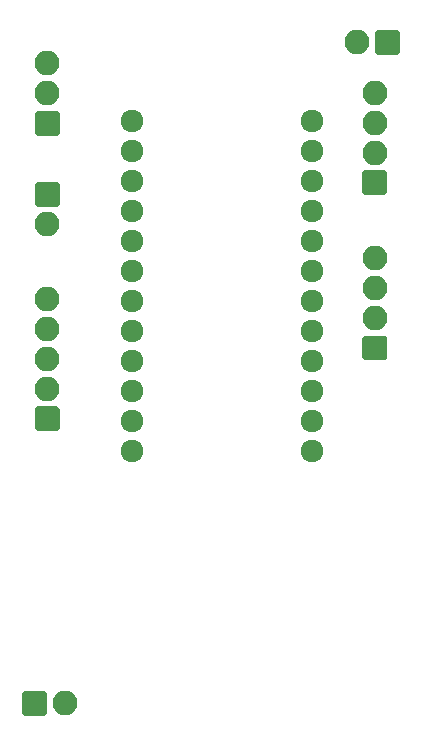
<source format=gbr>
G04 #@! TF.GenerationSoftware,KiCad,Pcbnew,(5.1.9-0-10_14)*
G04 #@! TF.CreationDate,2021-08-23T20:50:58+12:00*
G04 #@! TF.ProjectId,RatTrapSensorPCB,52617454-7261-4705-9365-6e736f725043,1.0*
G04 #@! TF.SameCoordinates,Original*
G04 #@! TF.FileFunction,Soldermask,Bot*
G04 #@! TF.FilePolarity,Negative*
%FSLAX46Y46*%
G04 Gerber Fmt 4.6, Leading zero omitted, Abs format (unit mm)*
G04 Created by KiCad (PCBNEW (5.1.9-0-10_14)) date 2021-08-23 20:50:58*
%MOMM*%
%LPD*%
G01*
G04 APERTURE LIST*
%ADD10C,1.924000*%
%ADD11O,2.100000X2.100000*%
G04 APERTURE END LIST*
D10*
X151041100Y-111353600D03*
X151041100Y-113893600D03*
X151041100Y-116433600D03*
X151041100Y-118973600D03*
X151041100Y-121513600D03*
X151041100Y-124053600D03*
X151041100Y-126593600D03*
X151041100Y-129133600D03*
X151041100Y-131673600D03*
X151041100Y-134213600D03*
X151041100Y-136753600D03*
X151041100Y-139293600D03*
X166281100Y-111353600D03*
X166281100Y-113893600D03*
X166281100Y-116433600D03*
X166281100Y-118973600D03*
X166281100Y-121513600D03*
X166281100Y-124053600D03*
X166281100Y-126593600D03*
X166281100Y-129133600D03*
X166281100Y-131673600D03*
X166281100Y-134213600D03*
X166281100Y-136753600D03*
X166281100Y-139293600D03*
G36*
G01*
X144875000Y-110700000D02*
X144875000Y-112400000D01*
G75*
G02*
X144675000Y-112600000I-200000J0D01*
G01*
X142975000Y-112600000D01*
G75*
G02*
X142775000Y-112400000I0J200000D01*
G01*
X142775000Y-110700000D01*
G75*
G02*
X142975000Y-110500000I200000J0D01*
G01*
X144675000Y-110500000D01*
G75*
G02*
X144875000Y-110700000I0J-200000D01*
G01*
G37*
D11*
X143825000Y-109010000D03*
X143825000Y-106470000D03*
G36*
G01*
X144875000Y-135700000D02*
X144875000Y-137400000D01*
G75*
G02*
X144675000Y-137600000I-200000J0D01*
G01*
X142975000Y-137600000D01*
G75*
G02*
X142775000Y-137400000I0J200000D01*
G01*
X142775000Y-135700000D01*
G75*
G02*
X142975000Y-135500000I200000J0D01*
G01*
X144675000Y-135500000D01*
G75*
G02*
X144875000Y-135700000I0J-200000D01*
G01*
G37*
X143825000Y-134010000D03*
X143825000Y-131470000D03*
X143825000Y-128930000D03*
X143825000Y-126390000D03*
G36*
G01*
X172600000Y-129700000D02*
X172600000Y-131400000D01*
G75*
G02*
X172400000Y-131600000I-200000J0D01*
G01*
X170700000Y-131600000D01*
G75*
G02*
X170500000Y-131400000I0J200000D01*
G01*
X170500000Y-129700000D01*
G75*
G02*
X170700000Y-129500000I200000J0D01*
G01*
X172400000Y-129500000D01*
G75*
G02*
X172600000Y-129700000I0J-200000D01*
G01*
G37*
X171550000Y-128010000D03*
X171550000Y-125470000D03*
X171550000Y-122930000D03*
G36*
G01*
X172600000Y-115700000D02*
X172600000Y-117400000D01*
G75*
G02*
X172400000Y-117600000I-200000J0D01*
G01*
X170700000Y-117600000D01*
G75*
G02*
X170500000Y-117400000I0J200000D01*
G01*
X170500000Y-115700000D01*
G75*
G02*
X170700000Y-115500000I200000J0D01*
G01*
X172400000Y-115500000D01*
G75*
G02*
X172600000Y-115700000I0J-200000D01*
G01*
G37*
X171550000Y-114010000D03*
X171550000Y-111470000D03*
X171550000Y-108930000D03*
G36*
G01*
X171775000Y-103625000D02*
X173475000Y-103625000D01*
G75*
G02*
X173675000Y-103825000I0J-200000D01*
G01*
X173675000Y-105525000D01*
G75*
G02*
X173475000Y-105725000I-200000J0D01*
G01*
X171775000Y-105725000D01*
G75*
G02*
X171575000Y-105525000I0J200000D01*
G01*
X171575000Y-103825000D01*
G75*
G02*
X171775000Y-103625000I200000J0D01*
G01*
G37*
X170085000Y-104675000D03*
G36*
G01*
X142775000Y-118400000D02*
X142775000Y-116700000D01*
G75*
G02*
X142975000Y-116500000I200000J0D01*
G01*
X144675000Y-116500000D01*
G75*
G02*
X144875000Y-116700000I0J-200000D01*
G01*
X144875000Y-118400000D01*
G75*
G02*
X144675000Y-118600000I-200000J0D01*
G01*
X142975000Y-118600000D01*
G75*
G02*
X142775000Y-118400000I0J200000D01*
G01*
G37*
X143825000Y-120090000D03*
G36*
G01*
X143625000Y-161700000D02*
X141925000Y-161700000D01*
G75*
G02*
X141725000Y-161500000I0J200000D01*
G01*
X141725000Y-159800000D01*
G75*
G02*
X141925000Y-159600000I200000J0D01*
G01*
X143625000Y-159600000D01*
G75*
G02*
X143825000Y-159800000I0J-200000D01*
G01*
X143825000Y-161500000D01*
G75*
G02*
X143625000Y-161700000I-200000J0D01*
G01*
G37*
X145315000Y-160650000D03*
M02*

</source>
